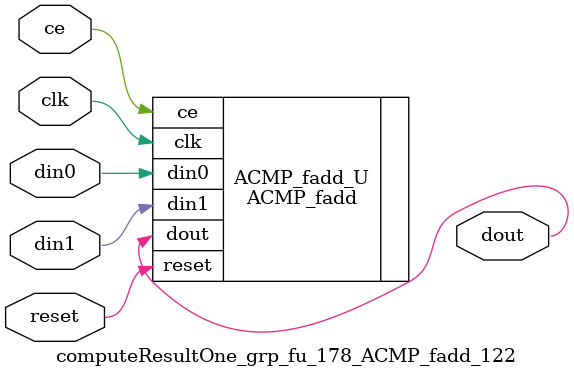
<source format=v>

`timescale 1 ns / 1 ps
module computeResultOne_grp_fu_178_ACMP_fadd_122(
    clk,
    reset,
    ce,
    din0,
    din1,
    dout);

parameter ID = 32'd1;
parameter NUM_STAGE = 32'd1;
parameter din0_WIDTH = 32'd1;
parameter din1_WIDTH = 32'd1;
parameter dout_WIDTH = 32'd1;
input clk;
input reset;
input ce;
input[din0_WIDTH - 1:0] din0;
input[din1_WIDTH - 1:0] din1;
output[dout_WIDTH - 1:0] dout;



ACMP_fadd #(
.ID( ID ),
.NUM_STAGE( 4 ),
.din0_WIDTH( din0_WIDTH ),
.din1_WIDTH( din1_WIDTH ),
.dout_WIDTH( dout_WIDTH ))
ACMP_fadd_U(
    .clk( clk ),
    .reset( reset ),
    .ce( ce ),
    .din0( din0 ),
    .din1( din1 ),
    .dout( dout ));

endmodule

</source>
